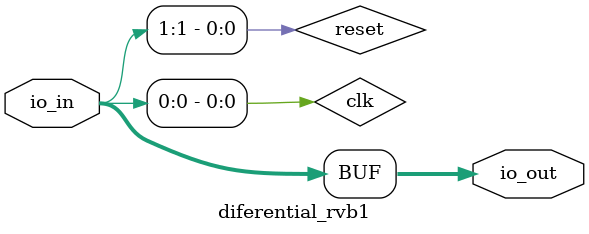
<source format=v>
`default_nettype none

module diferential_rvb1 (
  input [7:0] io_in,
  output [7:0] io_out
);

   wire        clk = io_in[0];
   wire        reset = io_in[1];

   assign io_out = io_in;
endmodule

</source>
